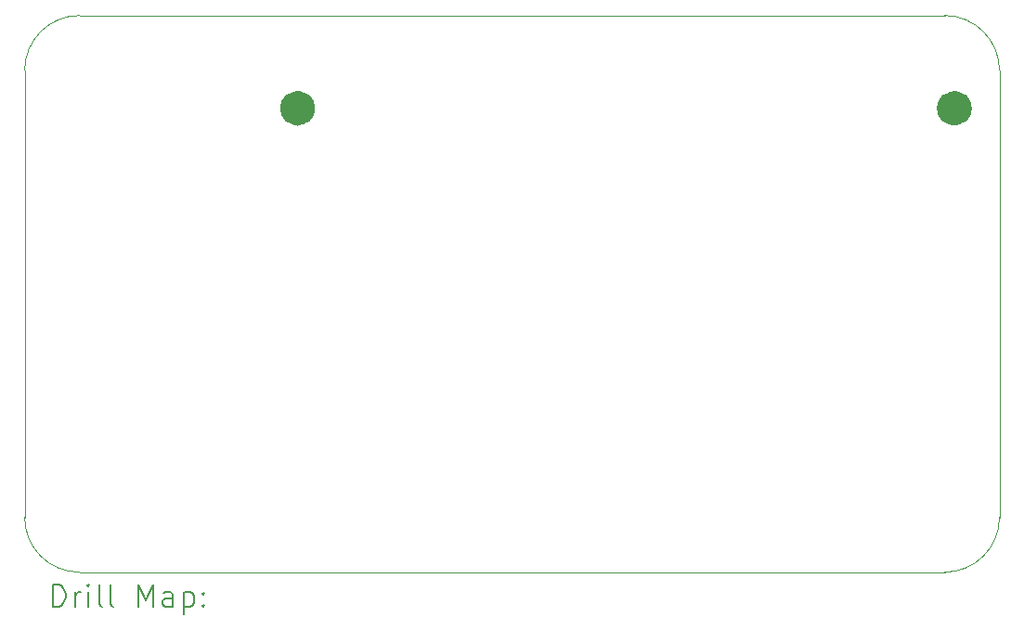
<source format=gbr>
%TF.GenerationSoftware,KiCad,Pcbnew,9.0.0*%
%TF.CreationDate,2025-03-23T23:41:23-05:00*%
%TF.ProjectId,stm32card,73746d33-3263-4617-9264-2e6b69636164,rev?*%
%TF.SameCoordinates,Original*%
%TF.FileFunction,Drillmap*%
%TF.FilePolarity,Positive*%
%FSLAX45Y45*%
G04 Gerber Fmt 4.5, Leading zero omitted, Abs format (unit mm)*
G04 Created by KiCad (PCBNEW 9.0.0) date 2025-03-23 23:41:23*
%MOMM*%
%LPD*%
G01*
G04 APERTURE LIST*
%ADD10C,0.050000*%
%ADD11C,1.600000*%
%ADD12C,0.200000*%
G04 APERTURE END LIST*
D10*
X13756447Y-13233553D02*
X21646447Y-13233553D01*
X13756447Y-13233553D02*
G75*
G02*
X13256447Y-12733553I3J500003D01*
G01*
X13256447Y-8653553D02*
X13256447Y-12733553D01*
X21646447Y-8153553D02*
G75*
G02*
X22146447Y-8653553I3J-499997D01*
G01*
X22146447Y-12733553D02*
X22146447Y-8653553D01*
X21646447Y-8153553D02*
X13756447Y-8153553D01*
X13256447Y-8653553D02*
G75*
G02*
X13756447Y-8153547I500003J3D01*
G01*
X22146447Y-12733553D02*
G75*
G02*
X21646447Y-13233547I-499997J3D01*
G01*
D11*
X15825353Y-9000238D02*
G75*
G02*
X15665353Y-9000238I-80000J0D01*
G01*
X15665353Y-9000238D02*
G75*
G02*
X15825353Y-9000238I80000J0D01*
G01*
X21815353Y-9000238D02*
G75*
G02*
X21655353Y-9000238I-80000J0D01*
G01*
X21655353Y-9000238D02*
G75*
G02*
X21815353Y-9000238I80000J0D01*
G01*
D12*
X13514723Y-13547537D02*
X13514723Y-13347537D01*
X13514723Y-13347537D02*
X13562342Y-13347537D01*
X13562342Y-13347537D02*
X13590914Y-13357061D01*
X13590914Y-13357061D02*
X13609961Y-13376109D01*
X13609961Y-13376109D02*
X13619485Y-13395156D01*
X13619485Y-13395156D02*
X13629009Y-13433251D01*
X13629009Y-13433251D02*
X13629009Y-13461823D01*
X13629009Y-13461823D02*
X13619485Y-13499918D01*
X13619485Y-13499918D02*
X13609961Y-13518966D01*
X13609961Y-13518966D02*
X13590914Y-13538013D01*
X13590914Y-13538013D02*
X13562342Y-13547537D01*
X13562342Y-13547537D02*
X13514723Y-13547537D01*
X13714723Y-13547537D02*
X13714723Y-13414204D01*
X13714723Y-13452299D02*
X13724247Y-13433251D01*
X13724247Y-13433251D02*
X13733771Y-13423728D01*
X13733771Y-13423728D02*
X13752819Y-13414204D01*
X13752819Y-13414204D02*
X13771866Y-13414204D01*
X13838533Y-13547537D02*
X13838533Y-13414204D01*
X13838533Y-13347537D02*
X13829009Y-13357061D01*
X13829009Y-13357061D02*
X13838533Y-13366585D01*
X13838533Y-13366585D02*
X13848057Y-13357061D01*
X13848057Y-13357061D02*
X13838533Y-13347537D01*
X13838533Y-13347537D02*
X13838533Y-13366585D01*
X13962342Y-13547537D02*
X13943295Y-13538013D01*
X13943295Y-13538013D02*
X13933771Y-13518966D01*
X13933771Y-13518966D02*
X13933771Y-13347537D01*
X14067104Y-13547537D02*
X14048057Y-13538013D01*
X14048057Y-13538013D02*
X14038533Y-13518966D01*
X14038533Y-13518966D02*
X14038533Y-13347537D01*
X14295676Y-13547537D02*
X14295676Y-13347537D01*
X14295676Y-13347537D02*
X14362342Y-13490394D01*
X14362342Y-13490394D02*
X14429009Y-13347537D01*
X14429009Y-13347537D02*
X14429009Y-13547537D01*
X14609961Y-13547537D02*
X14609961Y-13442775D01*
X14609961Y-13442775D02*
X14600438Y-13423728D01*
X14600438Y-13423728D02*
X14581390Y-13414204D01*
X14581390Y-13414204D02*
X14543295Y-13414204D01*
X14543295Y-13414204D02*
X14524247Y-13423728D01*
X14609961Y-13538013D02*
X14590914Y-13547537D01*
X14590914Y-13547537D02*
X14543295Y-13547537D01*
X14543295Y-13547537D02*
X14524247Y-13538013D01*
X14524247Y-13538013D02*
X14514723Y-13518966D01*
X14514723Y-13518966D02*
X14514723Y-13499918D01*
X14514723Y-13499918D02*
X14524247Y-13480870D01*
X14524247Y-13480870D02*
X14543295Y-13471347D01*
X14543295Y-13471347D02*
X14590914Y-13471347D01*
X14590914Y-13471347D02*
X14609961Y-13461823D01*
X14705200Y-13414204D02*
X14705200Y-13614204D01*
X14705200Y-13423728D02*
X14724247Y-13414204D01*
X14724247Y-13414204D02*
X14762342Y-13414204D01*
X14762342Y-13414204D02*
X14781390Y-13423728D01*
X14781390Y-13423728D02*
X14790914Y-13433251D01*
X14790914Y-13433251D02*
X14800438Y-13452299D01*
X14800438Y-13452299D02*
X14800438Y-13509442D01*
X14800438Y-13509442D02*
X14790914Y-13528489D01*
X14790914Y-13528489D02*
X14781390Y-13538013D01*
X14781390Y-13538013D02*
X14762342Y-13547537D01*
X14762342Y-13547537D02*
X14724247Y-13547537D01*
X14724247Y-13547537D02*
X14705200Y-13538013D01*
X14886152Y-13528489D02*
X14895676Y-13538013D01*
X14895676Y-13538013D02*
X14886152Y-13547537D01*
X14886152Y-13547537D02*
X14876628Y-13538013D01*
X14876628Y-13538013D02*
X14886152Y-13528489D01*
X14886152Y-13528489D02*
X14886152Y-13547537D01*
X14886152Y-13423728D02*
X14895676Y-13433251D01*
X14895676Y-13433251D02*
X14886152Y-13442775D01*
X14886152Y-13442775D02*
X14876628Y-13433251D01*
X14876628Y-13433251D02*
X14886152Y-13423728D01*
X14886152Y-13423728D02*
X14886152Y-13442775D01*
M02*

</source>
